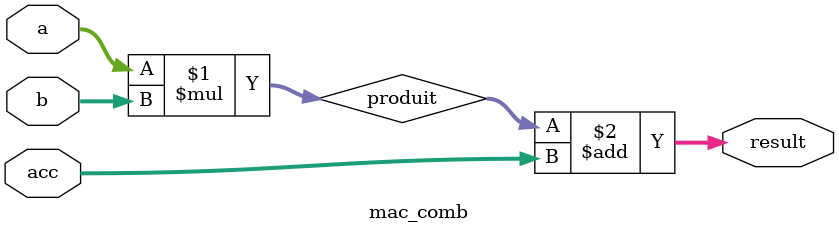
<source format=v>
module mac_comb(
    input [7:0] a,       
    input [7:0] b,       
    input [15:0] acc,    
    output [15:0] result 
);

    wire [15:0] produit;

    assign produit = a * b;

    assign result = produit + acc;

endmodule


</source>
